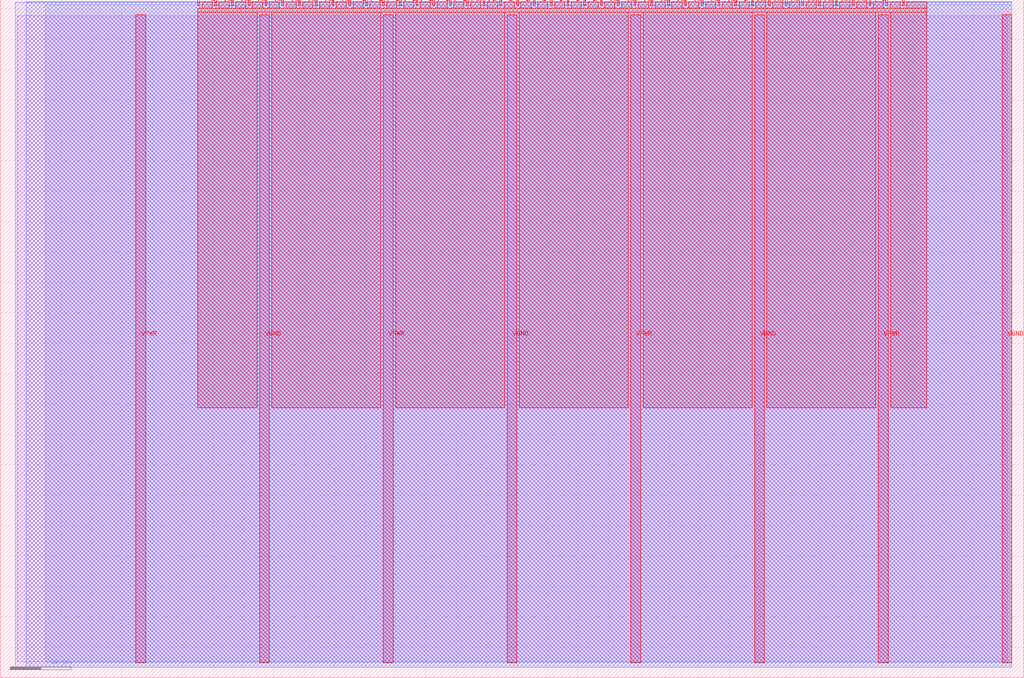
<source format=lef>
VERSION 5.7 ;
  NOWIREEXTENSIONATPIN ON ;
  DIVIDERCHAR "/" ;
  BUSBITCHARS "[]" ;
MACRO tt_um_supertails_tetris_dup
  CLASS BLOCK ;
  FOREIGN tt_um_supertails_tetris_dup ;
  ORIGIN 0.000 0.000 ;
  SIZE 168.360 BY 111.520 ;
  PIN VGND
    DIRECTION INOUT ;
    USE GROUND ;
    PORT
      LAYER met4 ;
        RECT 42.670 2.480 44.270 109.040 ;
    END
    PORT
      LAYER met4 ;
        RECT 83.380 2.480 84.980 109.040 ;
    END
    PORT
      LAYER met4 ;
        RECT 124.090 2.480 125.690 109.040 ;
    END
    PORT
      LAYER met4 ;
        RECT 164.800 2.480 166.400 109.040 ;
    END
  END VGND
  PIN VPWR
    DIRECTION INOUT ;
    USE POWER ;
    PORT
      LAYER met4 ;
        RECT 22.315 2.480 23.915 109.040 ;
    END
    PORT
      LAYER met4 ;
        RECT 63.025 2.480 64.625 109.040 ;
    END
    PORT
      LAYER met4 ;
        RECT 103.735 2.480 105.335 109.040 ;
    END
    PORT
      LAYER met4 ;
        RECT 144.445 2.480 146.045 109.040 ;
    END
  END VPWR
  PIN clk
    DIRECTION INPUT ;
    USE SIGNAL ;
    ANTENNAGATEAREA 0.852000 ;
    PORT
      LAYER met4 ;
        RECT 145.670 110.520 145.970 111.520 ;
    END
  END clk
  PIN ena
    DIRECTION INPUT ;
    USE SIGNAL ;
    PORT
      LAYER met4 ;
        RECT 148.430 110.520 148.730 111.520 ;
    END
  END ena
  PIN rst_n
    DIRECTION INPUT ;
    USE SIGNAL ;
    ANTENNAGATEAREA 0.213000 ;
    PORT
      LAYER met4 ;
        RECT 142.910 110.520 143.210 111.520 ;
    END
  END rst_n
  PIN ui_in[0]
    DIRECTION INPUT ;
    USE SIGNAL ;
    ANTENNAGATEAREA 0.196500 ;
    PORT
      LAYER met4 ;
        RECT 140.150 110.520 140.450 111.520 ;
    END
  END ui_in[0]
  PIN ui_in[1]
    DIRECTION INPUT ;
    USE SIGNAL ;
    ANTENNAGATEAREA 0.196500 ;
    PORT
      LAYER met4 ;
        RECT 137.390 110.520 137.690 111.520 ;
    END
  END ui_in[1]
  PIN ui_in[2]
    DIRECTION INPUT ;
    USE SIGNAL ;
    ANTENNAGATEAREA 0.196500 ;
    PORT
      LAYER met4 ;
        RECT 134.630 110.520 134.930 111.520 ;
    END
  END ui_in[2]
  PIN ui_in[3]
    DIRECTION INPUT ;
    USE SIGNAL ;
    ANTENNAGATEAREA 0.196500 ;
    PORT
      LAYER met4 ;
        RECT 131.870 110.520 132.170 111.520 ;
    END
  END ui_in[3]
  PIN ui_in[4]
    DIRECTION INPUT ;
    USE SIGNAL ;
    ANTENNAGATEAREA 0.196500 ;
    PORT
      LAYER met4 ;
        RECT 129.110 110.520 129.410 111.520 ;
    END
  END ui_in[4]
  PIN ui_in[5]
    DIRECTION INPUT ;
    USE SIGNAL ;
    PORT
      LAYER met4 ;
        RECT 126.350 110.520 126.650 111.520 ;
    END
  END ui_in[5]
  PIN ui_in[6]
    DIRECTION INPUT ;
    USE SIGNAL ;
    PORT
      LAYER met4 ;
        RECT 123.590 110.520 123.890 111.520 ;
    END
  END ui_in[6]
  PIN ui_in[7]
    DIRECTION INPUT ;
    USE SIGNAL ;
    PORT
      LAYER met4 ;
        RECT 120.830 110.520 121.130 111.520 ;
    END
  END ui_in[7]
  PIN uio_in[0]
    DIRECTION INPUT ;
    USE SIGNAL ;
    ANTENNAGATEAREA 0.196500 ;
    PORT
      LAYER met4 ;
        RECT 118.070 110.520 118.370 111.520 ;
    END
  END uio_in[0]
  PIN uio_in[1]
    DIRECTION INPUT ;
    USE SIGNAL ;
    ANTENNAGATEAREA 0.196500 ;
    PORT
      LAYER met4 ;
        RECT 115.310 110.520 115.610 111.520 ;
    END
  END uio_in[1]
  PIN uio_in[2]
    DIRECTION INPUT ;
    USE SIGNAL ;
    ANTENNAGATEAREA 0.196500 ;
    PORT
      LAYER met4 ;
        RECT 112.550 110.520 112.850 111.520 ;
    END
  END uio_in[2]
  PIN uio_in[3]
    DIRECTION INPUT ;
    USE SIGNAL ;
    PORT
      LAYER met4 ;
        RECT 109.790 110.520 110.090 111.520 ;
    END
  END uio_in[3]
  PIN uio_in[4]
    DIRECTION INPUT ;
    USE SIGNAL ;
    PORT
      LAYER met4 ;
        RECT 107.030 110.520 107.330 111.520 ;
    END
  END uio_in[4]
  PIN uio_in[5]
    DIRECTION INPUT ;
    USE SIGNAL ;
    PORT
      LAYER met4 ;
        RECT 104.270 110.520 104.570 111.520 ;
    END
  END uio_in[5]
  PIN uio_in[6]
    DIRECTION INPUT ;
    USE SIGNAL ;
    PORT
      LAYER met4 ;
        RECT 101.510 110.520 101.810 111.520 ;
    END
  END uio_in[6]
  PIN uio_in[7]
    DIRECTION INPUT ;
    USE SIGNAL ;
    PORT
      LAYER met4 ;
        RECT 98.750 110.520 99.050 111.520 ;
    END
  END uio_in[7]
  PIN uio_oe[0]
    DIRECTION OUTPUT TRISTATE ;
    USE SIGNAL ;
    ANTENNADIFFAREA 0.445500 ;
    PORT
      LAYER met4 ;
        RECT 51.830 110.520 52.130 111.520 ;
    END
  END uio_oe[0]
  PIN uio_oe[1]
    DIRECTION OUTPUT TRISTATE ;
    USE SIGNAL ;
    ANTENNADIFFAREA 0.445500 ;
    PORT
      LAYER met4 ;
        RECT 49.070 110.520 49.370 111.520 ;
    END
  END uio_oe[1]
  PIN uio_oe[2]
    DIRECTION OUTPUT TRISTATE ;
    USE SIGNAL ;
    ANTENNADIFFAREA 0.445500 ;
    PORT
      LAYER met4 ;
        RECT 46.310 110.520 46.610 111.520 ;
    END
  END uio_oe[2]
  PIN uio_oe[3]
    DIRECTION OUTPUT TRISTATE ;
    USE SIGNAL ;
    ANTENNADIFFAREA 0.445500 ;
    PORT
      LAYER met4 ;
        RECT 43.550 110.520 43.850 111.520 ;
    END
  END uio_oe[3]
  PIN uio_oe[4]
    DIRECTION OUTPUT TRISTATE ;
    USE SIGNAL ;
    ANTENNADIFFAREA 0.445500 ;
    PORT
      LAYER met4 ;
        RECT 40.790 110.520 41.090 111.520 ;
    END
  END uio_oe[4]
  PIN uio_oe[5]
    DIRECTION OUTPUT TRISTATE ;
    USE SIGNAL ;
    ANTENNAGATEAREA 1.042500 ;
    ANTENNADIFFAREA 0.891000 ;
    PORT
      LAYER met4 ;
        RECT 38.030 110.520 38.330 111.520 ;
    END
  END uio_oe[5]
  PIN uio_oe[6]
    DIRECTION OUTPUT TRISTATE ;
    USE SIGNAL ;
    PORT
      LAYER met4 ;
        RECT 35.270 110.520 35.570 111.520 ;
    END
  END uio_oe[6]
  PIN uio_oe[7]
    DIRECTION OUTPUT TRISTATE ;
    USE SIGNAL ;
    PORT
      LAYER met4 ;
        RECT 32.510 110.520 32.810 111.520 ;
    END
  END uio_oe[7]
  PIN uio_out[0]
    DIRECTION OUTPUT TRISTATE ;
    USE SIGNAL ;
    ANTENNADIFFAREA 0.891000 ;
    PORT
      LAYER met4 ;
        RECT 73.910 110.520 74.210 111.520 ;
    END
  END uio_out[0]
  PIN uio_out[1]
    DIRECTION OUTPUT TRISTATE ;
    USE SIGNAL ;
    ANTENNADIFFAREA 0.891000 ;
    PORT
      LAYER met4 ;
        RECT 71.150 110.520 71.450 111.520 ;
    END
  END uio_out[1]
  PIN uio_out[2]
    DIRECTION OUTPUT TRISTATE ;
    USE SIGNAL ;
    ANTENNADIFFAREA 0.891000 ;
    PORT
      LAYER met4 ;
        RECT 68.390 110.520 68.690 111.520 ;
    END
  END uio_out[2]
  PIN uio_out[3]
    DIRECTION OUTPUT TRISTATE ;
    USE SIGNAL ;
    ANTENNADIFFAREA 1.288000 ;
    PORT
      LAYER met4 ;
        RECT 65.630 110.520 65.930 111.520 ;
    END
  END uio_out[3]
  PIN uio_out[4]
    DIRECTION OUTPUT TRISTATE ;
    USE SIGNAL ;
    ANTENNADIFFAREA 1.242000 ;
    PORT
      LAYER met4 ;
        RECT 62.870 110.520 63.170 111.520 ;
    END
  END uio_out[4]
  PIN uio_out[5]
    DIRECTION OUTPUT TRISTATE ;
    USE SIGNAL ;
    ANTENNADIFFAREA 0.462000 ;
    PORT
      LAYER met4 ;
        RECT 60.110 110.520 60.410 111.520 ;
    END
  END uio_out[5]
  PIN uio_out[6]
    DIRECTION OUTPUT TRISTATE ;
    USE SIGNAL ;
    PORT
      LAYER met4 ;
        RECT 57.350 110.520 57.650 111.520 ;
    END
  END uio_out[6]
  PIN uio_out[7]
    DIRECTION OUTPUT TRISTATE ;
    USE SIGNAL ;
    ANTENNADIFFAREA 0.795200 ;
    PORT
      LAYER met4 ;
        RECT 54.590 110.520 54.890 111.520 ;
    END
  END uio_out[7]
  PIN uo_out[0]
    DIRECTION OUTPUT TRISTATE ;
    USE SIGNAL ;
    ANTENNADIFFAREA 0.795200 ;
    PORT
      LAYER met4 ;
        RECT 95.990 110.520 96.290 111.520 ;
    END
  END uo_out[0]
  PIN uo_out[1]
    DIRECTION OUTPUT TRISTATE ;
    USE SIGNAL ;
    ANTENNADIFFAREA 0.795200 ;
    PORT
      LAYER met4 ;
        RECT 93.230 110.520 93.530 111.520 ;
    END
  END uo_out[1]
  PIN uo_out[2]
    DIRECTION OUTPUT TRISTATE ;
    USE SIGNAL ;
    ANTENNADIFFAREA 0.795200 ;
    PORT
      LAYER met4 ;
        RECT 90.470 110.520 90.770 111.520 ;
    END
  END uo_out[2]
  PIN uo_out[3]
    DIRECTION OUTPUT TRISTATE ;
    USE SIGNAL ;
    ANTENNADIFFAREA 0.795200 ;
    PORT
      LAYER met4 ;
        RECT 87.710 110.520 88.010 111.520 ;
    END
  END uo_out[3]
  PIN uo_out[4]
    DIRECTION OUTPUT TRISTATE ;
    USE SIGNAL ;
    ANTENNADIFFAREA 0.795200 ;
    PORT
      LAYER met4 ;
        RECT 84.950 110.520 85.250 111.520 ;
    END
  END uo_out[4]
  PIN uo_out[5]
    DIRECTION OUTPUT TRISTATE ;
    USE SIGNAL ;
    ANTENNADIFFAREA 0.795200 ;
    PORT
      LAYER met4 ;
        RECT 82.190 110.520 82.490 111.520 ;
    END
  END uo_out[5]
  PIN uo_out[6]
    DIRECTION OUTPUT TRISTATE ;
    USE SIGNAL ;
    ANTENNADIFFAREA 0.795200 ;
    PORT
      LAYER met4 ;
        RECT 79.430 110.520 79.730 111.520 ;
    END
  END uo_out[6]
  PIN uo_out[7]
    DIRECTION OUTPUT TRISTATE ;
    USE SIGNAL ;
    ANTENNADIFFAREA 0.795200 ;
    PORT
      LAYER met4 ;
        RECT 76.670 110.520 76.970 111.520 ;
    END
  END uo_out[7]
  OBS
      LAYER li1 ;
        RECT 2.760 2.635 165.600 108.885 ;
      LAYER met1 ;
        RECT 2.460 1.740 166.400 111.140 ;
      LAYER met2 ;
        RECT 4.240 1.710 166.370 111.170 ;
      LAYER met3 ;
        RECT 7.425 2.555 166.390 110.665 ;
      LAYER met4 ;
        RECT 33.210 110.120 34.870 111.170 ;
        RECT 35.970 110.120 37.630 111.170 ;
        RECT 38.730 110.120 40.390 111.170 ;
        RECT 41.490 110.120 43.150 111.170 ;
        RECT 44.250 110.120 45.910 111.170 ;
        RECT 47.010 110.120 48.670 111.170 ;
        RECT 49.770 110.120 51.430 111.170 ;
        RECT 52.530 110.120 54.190 111.170 ;
        RECT 55.290 110.120 56.950 111.170 ;
        RECT 58.050 110.120 59.710 111.170 ;
        RECT 60.810 110.120 62.470 111.170 ;
        RECT 63.570 110.120 65.230 111.170 ;
        RECT 66.330 110.120 67.990 111.170 ;
        RECT 69.090 110.120 70.750 111.170 ;
        RECT 71.850 110.120 73.510 111.170 ;
        RECT 74.610 110.120 76.270 111.170 ;
        RECT 77.370 110.120 79.030 111.170 ;
        RECT 80.130 110.120 81.790 111.170 ;
        RECT 82.890 110.120 84.550 111.170 ;
        RECT 85.650 110.120 87.310 111.170 ;
        RECT 88.410 110.120 90.070 111.170 ;
        RECT 91.170 110.120 92.830 111.170 ;
        RECT 93.930 110.120 95.590 111.170 ;
        RECT 96.690 110.120 98.350 111.170 ;
        RECT 99.450 110.120 101.110 111.170 ;
        RECT 102.210 110.120 103.870 111.170 ;
        RECT 104.970 110.120 106.630 111.170 ;
        RECT 107.730 110.120 109.390 111.170 ;
        RECT 110.490 110.120 112.150 111.170 ;
        RECT 113.250 110.120 114.910 111.170 ;
        RECT 116.010 110.120 117.670 111.170 ;
        RECT 118.770 110.120 120.430 111.170 ;
        RECT 121.530 110.120 123.190 111.170 ;
        RECT 124.290 110.120 125.950 111.170 ;
        RECT 127.050 110.120 128.710 111.170 ;
        RECT 129.810 110.120 131.470 111.170 ;
        RECT 132.570 110.120 134.230 111.170 ;
        RECT 135.330 110.120 136.990 111.170 ;
        RECT 138.090 110.120 139.750 111.170 ;
        RECT 140.850 110.120 142.510 111.170 ;
        RECT 143.610 110.120 145.270 111.170 ;
        RECT 146.370 110.120 148.030 111.170 ;
        RECT 149.130 110.120 152.425 111.170 ;
        RECT 32.495 109.440 152.425 110.120 ;
        RECT 32.495 44.375 42.270 109.440 ;
        RECT 44.670 44.375 62.625 109.440 ;
        RECT 65.025 44.375 82.980 109.440 ;
        RECT 85.380 44.375 103.335 109.440 ;
        RECT 105.735 44.375 123.690 109.440 ;
        RECT 126.090 44.375 144.045 109.440 ;
        RECT 146.445 44.375 152.425 109.440 ;
  END
END tt_um_supertails_tetris_dup
END LIBRARY


</source>
